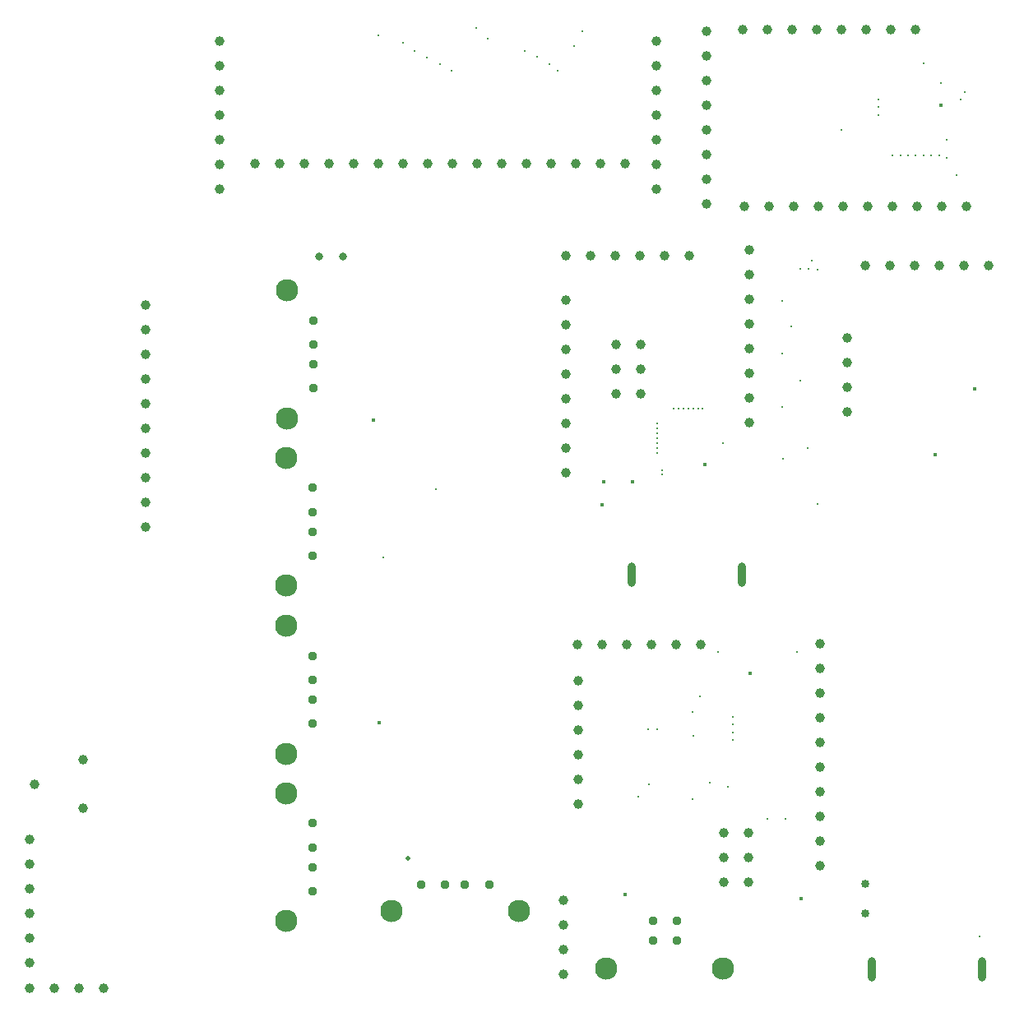
<source format=gbr>
%TF.GenerationSoftware,KiCad,Pcbnew,(6.0.5)*%
%TF.CreationDate,2023-05-31T19:36:55+03:00*%
%TF.ProjectId,JLC1,4a4c4331-2e6b-4696-9361-645f70636258,rev?*%
%TF.SameCoordinates,Original*%
%TF.FileFunction,Plated,1,2,PTH,Mixed*%
%TF.FilePolarity,Positive*%
%FSLAX46Y46*%
G04 Gerber Fmt 4.6, Leading zero omitted, Abs format (unit mm)*
G04 Created by KiCad (PCBNEW (6.0.5)) date 2023-05-31 19:36:55*
%MOMM*%
%LPD*%
G01*
G04 APERTURE LIST*
%TA.AperFunction,ViaDrill*%
%ADD10C,0.150000*%
%TD*%
%TA.AperFunction,ViaDrill*%
%ADD11C,0.200000*%
%TD*%
%TA.AperFunction,ViaDrill*%
%ADD12C,0.250000*%
%TD*%
%TA.AperFunction,ViaDrill*%
%ADD13C,0.300000*%
%TD*%
%TA.AperFunction,ViaDrill*%
%ADD14C,0.400000*%
%TD*%
%TA.AperFunction,ViaDrill*%
%ADD15C,0.500000*%
%TD*%
%TA.AperFunction,ComponentDrill*%
%ADD16C,0.800000*%
%TD*%
%TA.AperFunction,ComponentDrill*%
%ADD17C,0.850000*%
%TD*%
G04 aperture for slot hole*
%TA.AperFunction,ComponentDrill*%
%ADD18O,0.900000X2.500000*%
%TD*%
%TA.AperFunction,ComponentDrill*%
%ADD19C,0.950000*%
%TD*%
%TA.AperFunction,ComponentDrill*%
%ADD20C,1.000000*%
%TD*%
%TA.AperFunction,ComponentDrill*%
%ADD21C,2.300000*%
%TD*%
G04 APERTURE END LIST*
D10*
X190685000Y-118575000D03*
X190985000Y-91975000D03*
X191585000Y-116235000D03*
X191855000Y-111085000D03*
X191985000Y-109025000D03*
X192005000Y-110475000D03*
X192485000Y-109845000D03*
X194495000Y-118705000D03*
X194495000Y-128365000D03*
X194635000Y-113875000D03*
X194665000Y-117865000D03*
X194975000Y-91975000D03*
X194985000Y-90475000D03*
X194985000Y-91475000D03*
X194985000Y-103825000D03*
X195455000Y-117215000D03*
X195485000Y-89475000D03*
X195485000Y-104325000D03*
X195560000Y-119213000D03*
X195985000Y-89975000D03*
X195985000Y-104825000D03*
X196125000Y-117715000D03*
X196285000Y-113425000D03*
X196355000Y-114713000D03*
X196485000Y-91975000D03*
X196485000Y-105325000D03*
X196985000Y-90025000D03*
X196985000Y-91475000D03*
X197135000Y-116185000D03*
X197635000Y-116535000D03*
X197985000Y-114305000D03*
X197985000Y-123425000D03*
X198485000Y-89525000D03*
X198485000Y-102665000D03*
X198485000Y-105925000D03*
X198985000Y-87375000D03*
X198985000Y-102675000D03*
X198985000Y-106475000D03*
X199045000Y-127625000D03*
X200245000Y-115815000D03*
X200985000Y-90625000D03*
X200985000Y-109175000D03*
X200985000Y-116175000D03*
X201485000Y-109675000D03*
X201485000Y-116175000D03*
X201985000Y-110175000D03*
X201985000Y-116175000D03*
X202473000Y-114363000D03*
X202485000Y-110675000D03*
X202535000Y-116175000D03*
X203095000Y-115305000D03*
X203135000Y-113975000D03*
X203925000Y-117713000D03*
X204365000Y-123385000D03*
X204455000Y-116215000D03*
X204475000Y-121805000D03*
X204685000Y-91125000D03*
X205285000Y-86225000D03*
X205285000Y-90025000D03*
X205485000Y-118095000D03*
X205485000Y-118825000D03*
D11*
X142070000Y-86895000D03*
X147495000Y-79845000D03*
X170292888Y-73145000D03*
X170292888Y-73645000D03*
X170292888Y-74145000D03*
X170292888Y-74645000D03*
X170292888Y-75145000D03*
X170292888Y-75670000D03*
X170295000Y-76145683D03*
X170745000Y-78395000D03*
X170770000Y-77895000D03*
X171970000Y-71545000D03*
X172470000Y-71545000D03*
X172970000Y-71545000D03*
X173470000Y-71545000D03*
X173970000Y-71545000D03*
X174470000Y-71545000D03*
X174970000Y-71545000D03*
X177020000Y-75145000D03*
X185745000Y-75645000D03*
D12*
X141550000Y-33120600D03*
X144100000Y-33895600D03*
X145325000Y-34720600D03*
X146600000Y-35420600D03*
X147900000Y-36120600D03*
X149150000Y-36820600D03*
X151650000Y-32370600D03*
X152850000Y-33470600D03*
X156650000Y-34720600D03*
X157932500Y-35378100D03*
X159225000Y-36120600D03*
X160050000Y-36820600D03*
X161750000Y-34245600D03*
X162575000Y-32695600D03*
X168335000Y-111514000D03*
X169314500Y-104595000D03*
X169389500Y-110245000D03*
X170239500Y-104595000D03*
X173914500Y-111770000D03*
X173939500Y-102845000D03*
X173964500Y-105295000D03*
X174689500Y-101245000D03*
X175664500Y-110145000D03*
X176529500Y-96655000D03*
X177589500Y-110495000D03*
X178064500Y-103320000D03*
X178064500Y-104120000D03*
X178064500Y-104920000D03*
X178089500Y-105720000D03*
X181639500Y-113805000D03*
X183514500Y-113805000D03*
X184664500Y-96655000D03*
X189220000Y-42920000D03*
X193070000Y-39770000D03*
X193070000Y-40545000D03*
X193070000Y-41370000D03*
X194520000Y-45545000D03*
X195320000Y-45520000D03*
X196095000Y-45520000D03*
X196895000Y-45520000D03*
X197695000Y-35995000D03*
X197720000Y-45520000D03*
X198495000Y-45520000D03*
X199295000Y-45520000D03*
X199495000Y-38070000D03*
X200095000Y-43870000D03*
X200095000Y-45770000D03*
X201120000Y-47495000D03*
X201545000Y-39745000D03*
X201970000Y-38945000D03*
D13*
X183170000Y-60470000D03*
X183170000Y-65945000D03*
X183170000Y-71445000D03*
X183195000Y-76770000D03*
X184070000Y-63145000D03*
X184995000Y-57195000D03*
X184995000Y-68720000D03*
X185895000Y-57220000D03*
X186220000Y-56320000D03*
X186795000Y-57245000D03*
X186820000Y-81395000D03*
X203485000Y-125950000D03*
D14*
X141045000Y-72782500D03*
X141645000Y-103945000D03*
X164570000Y-81480000D03*
X164783750Y-79143750D03*
X166935000Y-121589000D03*
X167733750Y-79118750D03*
X175220000Y-77345000D03*
X179864500Y-98870000D03*
X185089500Y-122055000D03*
X198895000Y-76326250D03*
X199470000Y-40345000D03*
X202920000Y-69551250D03*
D15*
X144645000Y-117895000D03*
D16*
%TO.C,22pF*%
X135445000Y-55895000D03*
X137945000Y-55895000D03*
D17*
%TO.C,SW1*%
X191735000Y-120525000D03*
X191735000Y-123525000D03*
D18*
%TO.C,USB_0*%
X167620000Y-88688750D03*
X179020000Y-88688750D03*
%TO.C,J1*%
X192335000Y-129325000D03*
X203735000Y-129325000D03*
D19*
%TO.C,USB1*%
X134780000Y-114290000D03*
X134780000Y-116790000D03*
X134780000Y-118790000D03*
X134780000Y-121290000D03*
%TO.C,USB2*%
X134805000Y-97040000D03*
X134805000Y-99540000D03*
X134805000Y-101540000D03*
X134805000Y-104040000D03*
%TO.C,USB3*%
X134830000Y-79745000D03*
X134830000Y-82245000D03*
X134830000Y-84245000D03*
X134830000Y-86745000D03*
%TO.C,USB4*%
X134855000Y-62495000D03*
X134855000Y-64995000D03*
X134855000Y-66995000D03*
X134855000Y-69495000D03*
%TO.C,USB_0*%
X145970000Y-120560000D03*
X148470000Y-120560000D03*
X150470000Y-120560000D03*
X152970000Y-120560000D03*
%TO.C,USB*%
X169814500Y-124345000D03*
X169814500Y-126345000D03*
X172314500Y-124345000D03*
X172314500Y-126345000D03*
D20*
%TO.C,REF\u002A\u002A*%
X105640000Y-131240000D03*
X105660000Y-115970000D03*
X105660000Y-118510000D03*
X105660000Y-121050000D03*
X105660000Y-123590000D03*
X105660000Y-126130000D03*
X105660000Y-128670000D03*
%TO.C,1K*%
X106185000Y-110270000D03*
%TO.C,REF\u002A\u002A*%
X108180000Y-131240000D03*
X110720000Y-131240000D03*
%TO.C,1K*%
X111185000Y-107770000D03*
X111185000Y-112770000D03*
%TO.C,REF\u002A\u002A*%
X113260000Y-131240000D03*
X117620000Y-60910000D03*
X117620000Y-63450000D03*
X117620000Y-65990000D03*
X117620000Y-68530000D03*
X117620000Y-71070000D03*
X117620000Y-73610000D03*
X117620000Y-76150000D03*
X117620000Y-78690000D03*
X117620000Y-81230000D03*
X117620000Y-83770000D03*
X125220000Y-33732500D03*
X125220000Y-36272500D03*
X125220000Y-38812500D03*
X125220000Y-41352500D03*
X125220000Y-43892500D03*
X125220000Y-46432500D03*
X125220000Y-48972500D03*
X128885872Y-46332500D03*
X131425872Y-46332500D03*
X133965872Y-46332500D03*
X136505872Y-46332500D03*
X139045872Y-46332500D03*
X141585872Y-46332500D03*
X144125872Y-46332500D03*
X146665872Y-46332500D03*
X149185872Y-46332500D03*
X151725872Y-46332500D03*
X154265872Y-46332500D03*
X156805872Y-46332500D03*
X159345872Y-46332500D03*
X160664500Y-122210000D03*
X160664500Y-124750000D03*
X160664500Y-127290000D03*
X160664500Y-129830000D03*
X160845000Y-55845000D03*
X160870000Y-60365000D03*
X160870000Y-62905000D03*
X160870000Y-65445000D03*
X160870000Y-67985000D03*
X160870000Y-70525000D03*
X160870000Y-73065000D03*
X160870000Y-75605000D03*
X160870000Y-78145000D03*
X161885872Y-46332500D03*
X162089500Y-95870000D03*
X162135000Y-99576400D03*
X162135000Y-102116400D03*
X162135000Y-104656400D03*
X162135000Y-107196400D03*
X162135000Y-109736400D03*
X162135000Y-112276400D03*
X163385000Y-55845000D03*
X164425872Y-46332500D03*
X164629500Y-95870000D03*
X165925000Y-55845000D03*
X166080000Y-64940000D03*
X166080000Y-67480000D03*
X166080000Y-70020000D03*
X166965872Y-46332500D03*
X167169500Y-95870000D03*
X168465000Y-55845000D03*
X168620000Y-64940000D03*
X168620000Y-67480000D03*
X168620000Y-70020000D03*
X169709500Y-95870000D03*
X170200000Y-33745600D03*
X170200000Y-36285600D03*
X170200000Y-38825600D03*
X170200000Y-41365600D03*
X170200000Y-43905600D03*
X170200000Y-46445600D03*
X170200000Y-48985600D03*
X171005000Y-55845000D03*
X172249500Y-95870000D03*
X173545000Y-55845000D03*
X174789500Y-95870000D03*
X175345000Y-32720000D03*
X175345000Y-35260000D03*
X175345000Y-37800000D03*
X175345000Y-40340000D03*
X175345000Y-42880000D03*
X175345000Y-45420000D03*
X175345000Y-47960000D03*
X175345000Y-50500000D03*
X177160000Y-115264000D03*
X177160000Y-117804000D03*
X177160000Y-120344000D03*
X179105000Y-32520000D03*
X179210000Y-50745000D03*
X179700000Y-115264000D03*
X179700000Y-117804000D03*
X179700000Y-120344000D03*
X179720000Y-55280000D03*
X179720000Y-57820000D03*
X179720000Y-60360000D03*
X179720000Y-62900000D03*
X179720000Y-65440000D03*
X179720000Y-67980000D03*
X179720000Y-70520000D03*
X179720000Y-73060000D03*
X181645000Y-32520000D03*
X181750000Y-50745000D03*
X184185000Y-32520000D03*
X184290000Y-50745000D03*
X186725000Y-32520000D03*
X186830000Y-50745000D03*
X187014500Y-95815000D03*
X187014500Y-98355000D03*
X187014500Y-100895000D03*
X187014500Y-103435000D03*
X187014500Y-105975000D03*
X187014500Y-108515000D03*
X187014500Y-111055000D03*
X187014500Y-113595000D03*
%TO.C,-BAT+*%
X187014500Y-116155000D03*
X187014500Y-118695000D03*
%TO.C,REF\u002A\u002A*%
X189265000Y-32520000D03*
X189370000Y-50745000D03*
X189795000Y-64333750D03*
X189795000Y-66873750D03*
X189795000Y-69413750D03*
X189795000Y-71953750D03*
X191680000Y-56876250D03*
X191805000Y-32520000D03*
X191910000Y-50745000D03*
X194220000Y-56876250D03*
X194345000Y-32520000D03*
X194450000Y-50745000D03*
X196760000Y-56876250D03*
X196885000Y-32520000D03*
X196990000Y-50745000D03*
X199300000Y-56876250D03*
X199530000Y-50745000D03*
X201840000Y-56876250D03*
X202070000Y-50745000D03*
X204380000Y-56876250D03*
D21*
%TO.C,USB1*%
X132070000Y-111220000D03*
X132070000Y-124360000D03*
%TO.C,USB2*%
X132095000Y-93970000D03*
X132095000Y-107110000D03*
%TO.C,USB3*%
X132120000Y-76675000D03*
X132120000Y-89815000D03*
%TO.C,USB4*%
X132145000Y-59425000D03*
X132145000Y-72565000D03*
%TO.C,USB_0*%
X142900000Y-123270000D03*
X156040000Y-123270000D03*
%TO.C,USB*%
X165064500Y-129205000D03*
X177064500Y-129205000D03*
M02*

</source>
